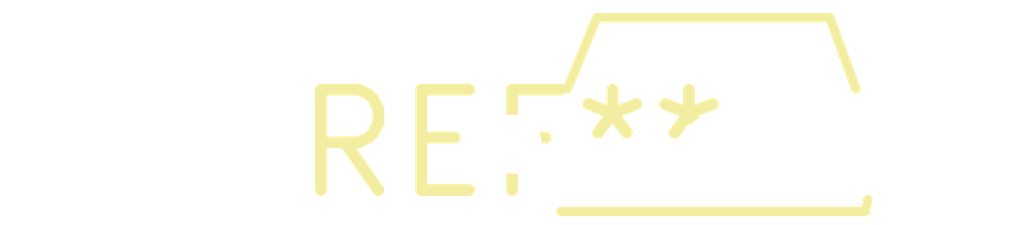
<source format=kicad_pcb>
(kicad_pcb (version 20240108) (generator pcbnew)
  (layers (0 "F.Cu" signal) (31 "B.Cu" signal) (34 "B.Paste" user) (35 "F.Paste" user) (36 "B.SilkS" user "B.Silkscreen") (37 "F.SilkS" user "F.Silkscreen") (38 "B.Mask" user) (39 "F.Mask" user) (44 "Edge.Cuts" user))
  (net 0 "")
  (footprint "TO-92S_Wide" (layer "F.Cu") (at 0 0)
    (property "Reference" "REF**")
    (property "Value" "TO-92S_Wide")
    (fp_line (start 0.62 0.85) (end 4.47 0.85) (layer "F.SilkS") (stroke (width 0.12)))
    (fp_line (start 1.07 -1.6) (end 0.7 -0.7) (layer "F.SilkS") (stroke (width 0.12)))
    (fp_line (start 4.02 -1.6) (end 1.07 -1.6) (layer "F.SilkS") (stroke (width 0.12)))
    (fp_line (start 4.35 -0.7) (end 4.02 -1.6) (layer "F.SilkS") (stroke (width 0.12)))
    (fp_line (start 4.47 0.85) (end 4.5 0.7) (layer "F.SilkS") (stroke (width 0.12)))
    (pad "1" thru_hole rect (at 0 0) (size 1.05 1.3) (drill 0.75) (layers *.Cu *.Mask) (remove_unused_layers))
    (pad "2" thru_hole oval (at 2.54 0) (size 1.05 1.3) (drill 0.75) (layers *.Cu *.Mask) (remove_unused_layers))
    (pad "3" thru_hole oval (at 5.08 0) (size 1.05 1.3) (drill 0.75) (layers *.Cu *.Mask) (remove_unused_layers))
  )
)
</source>
